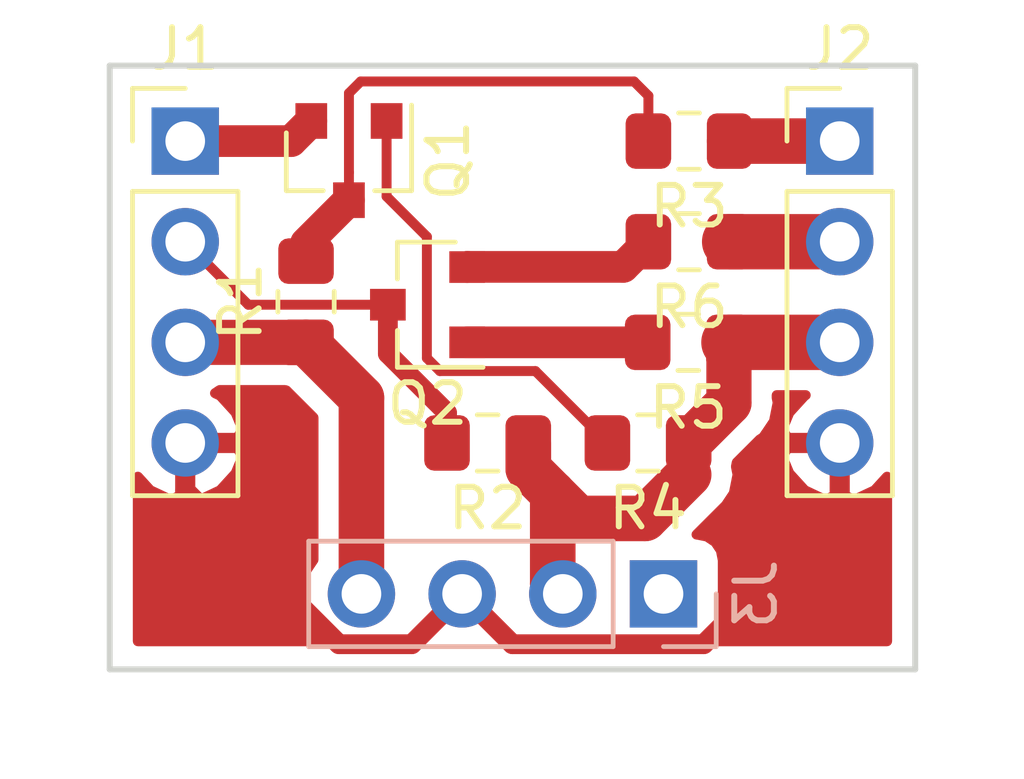
<source format=kicad_pcb>
(kicad_pcb (version 20171130) (host pcbnew 5.0.1)

  (general
    (thickness 1.6)
    (drawings 4)
    (tracks 51)
    (zones 0)
    (modules 11)
    (nets 13)
  )

  (page A4)
  (layers
    (0 F.Cu signal)
    (31 B.Cu signal)
    (32 B.Adhes user)
    (33 F.Adhes user)
    (34 B.Paste user)
    (35 F.Paste user)
    (36 B.SilkS user)
    (37 F.SilkS user)
    (38 B.Mask user)
    (39 F.Mask user)
    (40 Dwgs.User user)
    (41 Cmts.User user)
    (42 Eco1.User user)
    (43 Eco2.User user)
    (44 Edge.Cuts user)
    (45 Margin user)
    (46 B.CrtYd user)
    (47 F.CrtYd user)
    (48 B.Fab user)
    (49 F.Fab user)
  )

  (setup
    (last_trace_width 0.25)
    (trace_clearance 0.2)
    (zone_clearance 0.508)
    (zone_45_only no)
    (trace_min 0.2)
    (segment_width 0.2)
    (edge_width 0.15)
    (via_size 0.8)
    (via_drill 0.4)
    (via_min_size 0.4)
    (via_min_drill 0.3)
    (uvia_size 0.3)
    (uvia_drill 0.1)
    (uvias_allowed no)
    (uvia_min_size 0.2)
    (uvia_min_drill 0.1)
    (pcb_text_width 0.3)
    (pcb_text_size 1.5 1.5)
    (mod_edge_width 0.15)
    (mod_text_size 1 1)
    (mod_text_width 0.15)
    (pad_size 1.524 1.524)
    (pad_drill 0.762)
    (pad_to_mask_clearance 0.051)
    (solder_mask_min_width 0.25)
    (aux_axis_origin 0 0)
    (visible_elements FFFFFF7F)
    (pcbplotparams
      (layerselection 0x010fc_ffffffff)
      (usegerberextensions false)
      (usegerberattributes false)
      (usegerberadvancedattributes false)
      (creategerberjobfile false)
      (excludeedgelayer true)
      (linewidth 0.100000)
      (plotframeref false)
      (viasonmask false)
      (mode 1)
      (useauxorigin false)
      (hpglpennumber 1)
      (hpglpenspeed 20)
      (hpglpendiameter 15.000000)
      (psnegative false)
      (psa4output false)
      (plotreference true)
      (plotvalue true)
      (plotinvisibletext false)
      (padsonsilk false)
      (subtractmaskfromsilk false)
      (outputformat 1)
      (mirror false)
      (drillshape 1)
      (scaleselection 1)
      (outputdirectory ""))
  )

  (net 0 "")
  (net 1 GND)
  (net 2 +5V)
  (net 3 "Net-(J1-Pad2)")
  (net 4 "Net-(J1-Pad1)")
  (net 5 "Net-(J2-Pad1)")
  (net 6 "Net-(J2-Pad2)")
  (net 7 +3V3)
  (net 8 "Net-(J3-Pad1)")
  (net 9 "Net-(Q1-Pad1)")
  (net 10 "Net-(Q1-Pad3)")
  (net 11 "Net-(Q2-Pad2)")
  (net 12 "Net-(Q2-Pad1)")

  (net_class Default "This is the default net class."
    (clearance 0.2)
    (trace_width 0.25)
    (via_dia 0.8)
    (via_drill 0.4)
    (uvia_dia 0.3)
    (uvia_drill 0.1)
    (add_net +3V3)
    (add_net +5V)
    (add_net GND)
    (add_net "Net-(J1-Pad1)")
    (add_net "Net-(J1-Pad2)")
    (add_net "Net-(J2-Pad1)")
    (add_net "Net-(J2-Pad2)")
    (add_net "Net-(J3-Pad1)")
    (add_net "Net-(Q1-Pad1)")
    (add_net "Net-(Q1-Pad3)")
    (add_net "Net-(Q2-Pad1)")
    (add_net "Net-(Q2-Pad2)")
  )

  (module Connector_PinHeader_2.54mm:PinHeader_1x04_P2.54mm_Vertical (layer F.Cu) (tedit 59FED5CC) (tstamp 5C75AF64)
    (at 114.935 60.071)
    (descr "Through hole straight pin header, 1x04, 2.54mm pitch, single row")
    (tags "Through hole pin header THT 1x04 2.54mm single row")
    (path /5C6A1A42)
    (fp_text reference J1 (at 0 -2.33) (layer F.SilkS)
      (effects (font (size 1 1) (thickness 0.15)))
    )
    (fp_text value Conn_01x04 (at 0 9.95) (layer F.Fab)
      (effects (font (size 1 1) (thickness 0.15)))
    )
    (fp_text user %R (at 0 3.81 90) (layer F.Fab)
      (effects (font (size 1 1) (thickness 0.15)))
    )
    (fp_line (start 1.8 -1.8) (end -1.8 -1.8) (layer F.CrtYd) (width 0.05))
    (fp_line (start 1.8 9.4) (end 1.8 -1.8) (layer F.CrtYd) (width 0.05))
    (fp_line (start -1.8 9.4) (end 1.8 9.4) (layer F.CrtYd) (width 0.05))
    (fp_line (start -1.8 -1.8) (end -1.8 9.4) (layer F.CrtYd) (width 0.05))
    (fp_line (start -1.33 -1.33) (end 0 -1.33) (layer F.SilkS) (width 0.12))
    (fp_line (start -1.33 0) (end -1.33 -1.33) (layer F.SilkS) (width 0.12))
    (fp_line (start -1.33 1.27) (end 1.33 1.27) (layer F.SilkS) (width 0.12))
    (fp_line (start 1.33 1.27) (end 1.33 8.95) (layer F.SilkS) (width 0.12))
    (fp_line (start -1.33 1.27) (end -1.33 8.95) (layer F.SilkS) (width 0.12))
    (fp_line (start -1.33 8.95) (end 1.33 8.95) (layer F.SilkS) (width 0.12))
    (fp_line (start -1.27 -0.635) (end -0.635 -1.27) (layer F.Fab) (width 0.1))
    (fp_line (start -1.27 8.89) (end -1.27 -0.635) (layer F.Fab) (width 0.1))
    (fp_line (start 1.27 8.89) (end -1.27 8.89) (layer F.Fab) (width 0.1))
    (fp_line (start 1.27 -1.27) (end 1.27 8.89) (layer F.Fab) (width 0.1))
    (fp_line (start -0.635 -1.27) (end 1.27 -1.27) (layer F.Fab) (width 0.1))
    (pad 4 thru_hole oval (at 0 7.62) (size 1.7 1.7) (drill 1) (layers *.Cu *.Mask)
      (net 1 GND))
    (pad 3 thru_hole oval (at 0 5.08) (size 1.7 1.7) (drill 1) (layers *.Cu *.Mask)
      (net 2 +5V))
    (pad 2 thru_hole oval (at 0 2.54) (size 1.7 1.7) (drill 1) (layers *.Cu *.Mask)
      (net 3 "Net-(J1-Pad2)"))
    (pad 1 thru_hole rect (at 0 0) (size 1.7 1.7) (drill 1) (layers *.Cu *.Mask)
      (net 4 "Net-(J1-Pad1)"))
    (model ${KISYS3DMOD}/Connector_PinHeader_2.54mm.3dshapes/PinHeader_1x04_P2.54mm_Vertical.wrl
      (at (xyz 0 0 0))
      (scale (xyz 1 1 1))
      (rotate (xyz 0 0 0))
    )
  )

  (module Connector_PinHeader_2.54mm:PinHeader_1x04_P2.54mm_Vertical (layer F.Cu) (tedit 59FED5CC) (tstamp 5C75AF7C)
    (at 131.445 60.071)
    (descr "Through hole straight pin header, 1x04, 2.54mm pitch, single row")
    (tags "Through hole pin header THT 1x04 2.54mm single row")
    (path /5C6A1ABC)
    (fp_text reference J2 (at 0 -2.33) (layer F.SilkS)
      (effects (font (size 1 1) (thickness 0.15)))
    )
    (fp_text value Conn_01x04 (at 0 9.95) (layer F.Fab)
      (effects (font (size 1 1) (thickness 0.15)))
    )
    (fp_line (start -0.635 -1.27) (end 1.27 -1.27) (layer F.Fab) (width 0.1))
    (fp_line (start 1.27 -1.27) (end 1.27 8.89) (layer F.Fab) (width 0.1))
    (fp_line (start 1.27 8.89) (end -1.27 8.89) (layer F.Fab) (width 0.1))
    (fp_line (start -1.27 8.89) (end -1.27 -0.635) (layer F.Fab) (width 0.1))
    (fp_line (start -1.27 -0.635) (end -0.635 -1.27) (layer F.Fab) (width 0.1))
    (fp_line (start -1.33 8.95) (end 1.33 8.95) (layer F.SilkS) (width 0.12))
    (fp_line (start -1.33 1.27) (end -1.33 8.95) (layer F.SilkS) (width 0.12))
    (fp_line (start 1.33 1.27) (end 1.33 8.95) (layer F.SilkS) (width 0.12))
    (fp_line (start -1.33 1.27) (end 1.33 1.27) (layer F.SilkS) (width 0.12))
    (fp_line (start -1.33 0) (end -1.33 -1.33) (layer F.SilkS) (width 0.12))
    (fp_line (start -1.33 -1.33) (end 0 -1.33) (layer F.SilkS) (width 0.12))
    (fp_line (start -1.8 -1.8) (end -1.8 9.4) (layer F.CrtYd) (width 0.05))
    (fp_line (start -1.8 9.4) (end 1.8 9.4) (layer F.CrtYd) (width 0.05))
    (fp_line (start 1.8 9.4) (end 1.8 -1.8) (layer F.CrtYd) (width 0.05))
    (fp_line (start 1.8 -1.8) (end -1.8 -1.8) (layer F.CrtYd) (width 0.05))
    (fp_text user %R (at 0 3.81 90) (layer F.Fab)
      (effects (font (size 1 1) (thickness 0.15)))
    )
    (pad 1 thru_hole rect (at 0 0) (size 1.7 1.7) (drill 1) (layers *.Cu *.Mask)
      (net 5 "Net-(J2-Pad1)"))
    (pad 2 thru_hole oval (at 0 2.54) (size 1.7 1.7) (drill 1) (layers *.Cu *.Mask)
      (net 6 "Net-(J2-Pad2)"))
    (pad 3 thru_hole oval (at 0 5.08) (size 1.7 1.7) (drill 1) (layers *.Cu *.Mask)
      (net 7 +3V3))
    (pad 4 thru_hole oval (at 0 7.62) (size 1.7 1.7) (drill 1) (layers *.Cu *.Mask)
      (net 1 GND))
    (model ${KISYS3DMOD}/Connector_PinHeader_2.54mm.3dshapes/PinHeader_1x04_P2.54mm_Vertical.wrl
      (at (xyz 0 0 0))
      (scale (xyz 1 1 1))
      (rotate (xyz 0 0 0))
    )
  )

  (module Connector_PinHeader_2.54mm:PinHeader_1x04_P2.54mm_Vertical (layer B.Cu) (tedit 59FED5CC) (tstamp 5C75C00B)
    (at 127 71.501 90)
    (descr "Through hole straight pin header, 1x04, 2.54mm pitch, single row")
    (tags "Through hole pin header THT 1x04 2.54mm single row")
    (path /5C6A134E)
    (fp_text reference J3 (at 0 2.33 90) (layer B.SilkS)
      (effects (font (size 1 1) (thickness 0.15)) (justify mirror))
    )
    (fp_text value Conn_01x04 (at 0 -9.95 90) (layer B.Fab)
      (effects (font (size 1 1) (thickness 0.15)) (justify mirror))
    )
    (fp_text user %R (at 0 -3.81) (layer B.Fab)
      (effects (font (size 1 1) (thickness 0.15)) (justify mirror))
    )
    (fp_line (start 1.8 1.8) (end -1.8 1.8) (layer B.CrtYd) (width 0.05))
    (fp_line (start 1.8 -9.4) (end 1.8 1.8) (layer B.CrtYd) (width 0.05))
    (fp_line (start -1.8 -9.4) (end 1.8 -9.4) (layer B.CrtYd) (width 0.05))
    (fp_line (start -1.8 1.8) (end -1.8 -9.4) (layer B.CrtYd) (width 0.05))
    (fp_line (start -1.33 1.33) (end 0 1.33) (layer B.SilkS) (width 0.12))
    (fp_line (start -1.33 0) (end -1.33 1.33) (layer B.SilkS) (width 0.12))
    (fp_line (start -1.33 -1.27) (end 1.33 -1.27) (layer B.SilkS) (width 0.12))
    (fp_line (start 1.33 -1.27) (end 1.33 -8.95) (layer B.SilkS) (width 0.12))
    (fp_line (start -1.33 -1.27) (end -1.33 -8.95) (layer B.SilkS) (width 0.12))
    (fp_line (start -1.33 -8.95) (end 1.33 -8.95) (layer B.SilkS) (width 0.12))
    (fp_line (start -1.27 0.635) (end -0.635 1.27) (layer B.Fab) (width 0.1))
    (fp_line (start -1.27 -8.89) (end -1.27 0.635) (layer B.Fab) (width 0.1))
    (fp_line (start 1.27 -8.89) (end -1.27 -8.89) (layer B.Fab) (width 0.1))
    (fp_line (start 1.27 1.27) (end 1.27 -8.89) (layer B.Fab) (width 0.1))
    (fp_line (start -0.635 1.27) (end 1.27 1.27) (layer B.Fab) (width 0.1))
    (pad 4 thru_hole oval (at 0 -7.62 90) (size 1.7 1.7) (drill 1) (layers *.Cu *.Mask)
      (net 2 +5V))
    (pad 3 thru_hole oval (at 0 -5.08 90) (size 1.7 1.7) (drill 1) (layers *.Cu *.Mask)
      (net 1 GND))
    (pad 2 thru_hole oval (at 0 -2.54 90) (size 1.7 1.7) (drill 1) (layers *.Cu *.Mask)
      (net 7 +3V3))
    (pad 1 thru_hole rect (at 0 0 90) (size 1.7 1.7) (drill 1) (layers *.Cu *.Mask)
      (net 8 "Net-(J3-Pad1)"))
    (model ${KISYS3DMOD}/Connector_PinHeader_2.54mm.3dshapes/PinHeader_1x04_P2.54mm_Vertical.wrl
      (at (xyz 0 0 0))
      (scale (xyz 1 1 1))
      (rotate (xyz 0 0 0))
    )
  )

  (module Package_TO_SOT_SMD:SOT-23 (layer F.Cu) (tedit 5A02FF57) (tstamp 5C75AFA9)
    (at 119.065 60.563 270)
    (descr "SOT-23, Standard")
    (tags SOT-23)
    (path /5C69937E)
    (attr smd)
    (fp_text reference Q1 (at 0 -2.5 270) (layer F.SilkS)
      (effects (font (size 1 1) (thickness 0.15)))
    )
    (fp_text value MMBT3904 (at 0 2.5 270) (layer F.Fab)
      (effects (font (size 1 1) (thickness 0.15)))
    )
    (fp_text user %R (at 0 0) (layer F.Fab)
      (effects (font (size 0.5 0.5) (thickness 0.075)))
    )
    (fp_line (start -0.7 -0.95) (end -0.7 1.5) (layer F.Fab) (width 0.1))
    (fp_line (start -0.15 -1.52) (end 0.7 -1.52) (layer F.Fab) (width 0.1))
    (fp_line (start -0.7 -0.95) (end -0.15 -1.52) (layer F.Fab) (width 0.1))
    (fp_line (start 0.7 -1.52) (end 0.7 1.52) (layer F.Fab) (width 0.1))
    (fp_line (start -0.7 1.52) (end 0.7 1.52) (layer F.Fab) (width 0.1))
    (fp_line (start 0.76 1.58) (end 0.76 0.65) (layer F.SilkS) (width 0.12))
    (fp_line (start 0.76 -1.58) (end 0.76 -0.65) (layer F.SilkS) (width 0.12))
    (fp_line (start -1.7 -1.75) (end 1.7 -1.75) (layer F.CrtYd) (width 0.05))
    (fp_line (start 1.7 -1.75) (end 1.7 1.75) (layer F.CrtYd) (width 0.05))
    (fp_line (start 1.7 1.75) (end -1.7 1.75) (layer F.CrtYd) (width 0.05))
    (fp_line (start -1.7 1.75) (end -1.7 -1.75) (layer F.CrtYd) (width 0.05))
    (fp_line (start 0.76 -1.58) (end -1.4 -1.58) (layer F.SilkS) (width 0.12))
    (fp_line (start 0.76 1.58) (end -0.7 1.58) (layer F.SilkS) (width 0.12))
    (pad 1 smd rect (at -1 -0.95 270) (size 0.9 0.8) (layers F.Cu F.Paste F.Mask)
      (net 9 "Net-(Q1-Pad1)"))
    (pad 2 smd rect (at -1 0.95 270) (size 0.9 0.8) (layers F.Cu F.Paste F.Mask)
      (net 4 "Net-(J1-Pad1)"))
    (pad 3 smd rect (at 1 0 270) (size 0.9 0.8) (layers F.Cu F.Paste F.Mask)
      (net 10 "Net-(Q1-Pad3)"))
    (model ${KISYS3DMOD}/Package_TO_SOT_SMD.3dshapes/SOT-23.wrl
      (at (xyz 0 0 0))
      (scale (xyz 1 1 1))
      (rotate (xyz 0 0 0))
    )
  )

  (module Package_TO_SOT_SMD:SOT-23 (layer F.Cu) (tedit 5A02FF57) (tstamp 5C75D800)
    (at 121.047 64.201 180)
    (descr "SOT-23, Standard")
    (tags SOT-23)
    (path /5C69AB7D)
    (attr smd)
    (fp_text reference Q2 (at 0 -2.5 180) (layer F.SilkS)
      (effects (font (size 1 1) (thickness 0.15)))
    )
    (fp_text value MMBT3904 (at 0 2.5 180) (layer F.Fab)
      (effects (font (size 1 1) (thickness 0.15)))
    )
    (fp_line (start 0.76 1.58) (end -0.7 1.58) (layer F.SilkS) (width 0.12))
    (fp_line (start 0.76 -1.58) (end -1.4 -1.58) (layer F.SilkS) (width 0.12))
    (fp_line (start -1.7 1.75) (end -1.7 -1.75) (layer F.CrtYd) (width 0.05))
    (fp_line (start 1.7 1.75) (end -1.7 1.75) (layer F.CrtYd) (width 0.05))
    (fp_line (start 1.7 -1.75) (end 1.7 1.75) (layer F.CrtYd) (width 0.05))
    (fp_line (start -1.7 -1.75) (end 1.7 -1.75) (layer F.CrtYd) (width 0.05))
    (fp_line (start 0.76 -1.58) (end 0.76 -0.65) (layer F.SilkS) (width 0.12))
    (fp_line (start 0.76 1.58) (end 0.76 0.65) (layer F.SilkS) (width 0.12))
    (fp_line (start -0.7 1.52) (end 0.7 1.52) (layer F.Fab) (width 0.1))
    (fp_line (start 0.7 -1.52) (end 0.7 1.52) (layer F.Fab) (width 0.1))
    (fp_line (start -0.7 -0.95) (end -0.15 -1.52) (layer F.Fab) (width 0.1))
    (fp_line (start -0.15 -1.52) (end 0.7 -1.52) (layer F.Fab) (width 0.1))
    (fp_line (start -0.7 -0.95) (end -0.7 1.5) (layer F.Fab) (width 0.1))
    (fp_text user %R (at 0 0 270) (layer F.Fab)
      (effects (font (size 0.5 0.5) (thickness 0.075)))
    )
    (pad 3 smd rect (at 1 0 180) (size 0.9 0.8) (layers F.Cu F.Paste F.Mask)
      (net 3 "Net-(J1-Pad2)"))
    (pad 2 smd rect (at -1 0.95 180) (size 0.9 0.8) (layers F.Cu F.Paste F.Mask)
      (net 11 "Net-(Q2-Pad2)"))
    (pad 1 smd rect (at -1 -0.95 180) (size 0.9 0.8) (layers F.Cu F.Paste F.Mask)
      (net 12 "Net-(Q2-Pad1)"))
    (model ${KISYS3DMOD}/Package_TO_SOT_SMD.3dshapes/SOT-23.wrl
      (at (xyz 0 0 0))
      (scale (xyz 1 1 1))
      (rotate (xyz 0 0 0))
    )
  )

  (module Resistor_SMD:R_0805_2012Metric_Pad1.15x1.40mm_HandSolder (layer F.Cu) (tedit 5B36C52B) (tstamp 5C75AFCF)
    (at 117.983 64.126 90)
    (descr "Resistor SMD 0805 (2012 Metric), square (rectangular) end terminal, IPC_7351 nominal with elongated pad for handsoldering. (Body size source: https://docs.google.com/spreadsheets/d/1BsfQQcO9C6DZCsRaXUlFlo91Tg2WpOkGARC1WS5S8t0/edit?usp=sharing), generated with kicad-footprint-generator")
    (tags "resistor handsolder")
    (path /5C6992DD)
    (attr smd)
    (fp_text reference R1 (at 0 -1.65 90) (layer F.SilkS)
      (effects (font (size 1 1) (thickness 0.15)))
    )
    (fp_text value 10k (at 0 1.65 90) (layer F.Fab)
      (effects (font (size 1 1) (thickness 0.15)))
    )
    (fp_line (start -1 0.6) (end -1 -0.6) (layer F.Fab) (width 0.1))
    (fp_line (start -1 -0.6) (end 1 -0.6) (layer F.Fab) (width 0.1))
    (fp_line (start 1 -0.6) (end 1 0.6) (layer F.Fab) (width 0.1))
    (fp_line (start 1 0.6) (end -1 0.6) (layer F.Fab) (width 0.1))
    (fp_line (start -0.261252 -0.71) (end 0.261252 -0.71) (layer F.SilkS) (width 0.12))
    (fp_line (start -0.261252 0.71) (end 0.261252 0.71) (layer F.SilkS) (width 0.12))
    (fp_line (start -1.85 0.95) (end -1.85 -0.95) (layer F.CrtYd) (width 0.05))
    (fp_line (start -1.85 -0.95) (end 1.85 -0.95) (layer F.CrtYd) (width 0.05))
    (fp_line (start 1.85 -0.95) (end 1.85 0.95) (layer F.CrtYd) (width 0.05))
    (fp_line (start 1.85 0.95) (end -1.85 0.95) (layer F.CrtYd) (width 0.05))
    (fp_text user %R (at 0 0 90) (layer F.Fab)
      (effects (font (size 0.5 0.5) (thickness 0.08)))
    )
    (pad 1 smd roundrect (at -1.025 0 90) (size 1.15 1.4) (layers F.Cu F.Paste F.Mask) (roundrect_rratio 0.217391)
      (net 2 +5V))
    (pad 2 smd roundrect (at 1.025 0 90) (size 1.15 1.4) (layers F.Cu F.Paste F.Mask) (roundrect_rratio 0.217391)
      (net 10 "Net-(Q1-Pad3)"))
    (model ${KISYS3DMOD}/Resistor_SMD.3dshapes/R_0805_2012Metric.wrl
      (at (xyz 0 0 0))
      (scale (xyz 1 1 1))
      (rotate (xyz 0 0 0))
    )
  )

  (module Resistor_SMD:R_0805_2012Metric_Pad1.15x1.40mm_HandSolder (layer F.Cu) (tedit 5B36C52B) (tstamp 5C75B494)
    (at 122.564 67.691 180)
    (descr "Resistor SMD 0805 (2012 Metric), square (rectangular) end terminal, IPC_7351 nominal with elongated pad for handsoldering. (Body size source: https://docs.google.com/spreadsheets/d/1BsfQQcO9C6DZCsRaXUlFlo91Tg2WpOkGARC1WS5S8t0/edit?usp=sharing), generated with kicad-footprint-generator")
    (tags "resistor handsolder")
    (path /5C69AB0F)
    (attr smd)
    (fp_text reference R2 (at 0 -1.65 180) (layer F.SilkS)
      (effects (font (size 1 1) (thickness 0.15)))
    )
    (fp_text value 10k (at 0 1.65 180) (layer F.Fab)
      (effects (font (size 1 1) (thickness 0.15)))
    )
    (fp_text user %R (at 0 0 180) (layer F.Fab)
      (effects (font (size 0.5 0.5) (thickness 0.08)))
    )
    (fp_line (start 1.85 0.95) (end -1.85 0.95) (layer F.CrtYd) (width 0.05))
    (fp_line (start 1.85 -0.95) (end 1.85 0.95) (layer F.CrtYd) (width 0.05))
    (fp_line (start -1.85 -0.95) (end 1.85 -0.95) (layer F.CrtYd) (width 0.05))
    (fp_line (start -1.85 0.95) (end -1.85 -0.95) (layer F.CrtYd) (width 0.05))
    (fp_line (start -0.261252 0.71) (end 0.261252 0.71) (layer F.SilkS) (width 0.12))
    (fp_line (start -0.261252 -0.71) (end 0.261252 -0.71) (layer F.SilkS) (width 0.12))
    (fp_line (start 1 0.6) (end -1 0.6) (layer F.Fab) (width 0.1))
    (fp_line (start 1 -0.6) (end 1 0.6) (layer F.Fab) (width 0.1))
    (fp_line (start -1 -0.6) (end 1 -0.6) (layer F.Fab) (width 0.1))
    (fp_line (start -1 0.6) (end -1 -0.6) (layer F.Fab) (width 0.1))
    (pad 2 smd roundrect (at 1.025 0 180) (size 1.15 1.4) (layers F.Cu F.Paste F.Mask) (roundrect_rratio 0.217391)
      (net 3 "Net-(J1-Pad2)"))
    (pad 1 smd roundrect (at -1.025 0 180) (size 1.15 1.4) (layers F.Cu F.Paste F.Mask) (roundrect_rratio 0.217391)
      (net 7 +3V3))
    (model ${KISYS3DMOD}/Resistor_SMD.3dshapes/R_0805_2012Metric.wrl
      (at (xyz 0 0 0))
      (scale (xyz 1 1 1))
      (rotate (xyz 0 0 0))
    )
  )

  (module Resistor_SMD:R_0805_2012Metric_Pad1.15x1.40mm_HandSolder (layer F.Cu) (tedit 5B36C52B) (tstamp 5C75DAB2)
    (at 127.644 60.071 180)
    (descr "Resistor SMD 0805 (2012 Metric), square (rectangular) end terminal, IPC_7351 nominal with elongated pad for handsoldering. (Body size source: https://docs.google.com/spreadsheets/d/1BsfQQcO9C6DZCsRaXUlFlo91Tg2WpOkGARC1WS5S8t0/edit?usp=sharing), generated with kicad-footprint-generator")
    (tags "resistor handsolder")
    (path /5C69950D)
    (attr smd)
    (fp_text reference R3 (at 0 -1.65 180) (layer F.SilkS)
      (effects (font (size 1 1) (thickness 0.15)))
    )
    (fp_text value 100R (at 0 1.65 180) (layer F.Fab)
      (effects (font (size 1 1) (thickness 0.15)))
    )
    (fp_text user %R (at 0 0 180) (layer F.Fab)
      (effects (font (size 0.5 0.5) (thickness 0.08)))
    )
    (fp_line (start 1.85 0.95) (end -1.85 0.95) (layer F.CrtYd) (width 0.05))
    (fp_line (start 1.85 -0.95) (end 1.85 0.95) (layer F.CrtYd) (width 0.05))
    (fp_line (start -1.85 -0.95) (end 1.85 -0.95) (layer F.CrtYd) (width 0.05))
    (fp_line (start -1.85 0.95) (end -1.85 -0.95) (layer F.CrtYd) (width 0.05))
    (fp_line (start -0.261252 0.71) (end 0.261252 0.71) (layer F.SilkS) (width 0.12))
    (fp_line (start -0.261252 -0.71) (end 0.261252 -0.71) (layer F.SilkS) (width 0.12))
    (fp_line (start 1 0.6) (end -1 0.6) (layer F.Fab) (width 0.1))
    (fp_line (start 1 -0.6) (end 1 0.6) (layer F.Fab) (width 0.1))
    (fp_line (start -1 -0.6) (end 1 -0.6) (layer F.Fab) (width 0.1))
    (fp_line (start -1 0.6) (end -1 -0.6) (layer F.Fab) (width 0.1))
    (pad 2 smd roundrect (at 1.025 0 180) (size 1.15 1.4) (layers F.Cu F.Paste F.Mask) (roundrect_rratio 0.217391)
      (net 10 "Net-(Q1-Pad3)"))
    (pad 1 smd roundrect (at -1.025 0 180) (size 1.15 1.4) (layers F.Cu F.Paste F.Mask) (roundrect_rratio 0.217391)
      (net 5 "Net-(J2-Pad1)"))
    (model ${KISYS3DMOD}/Resistor_SMD.3dshapes/R_0805_2012Metric.wrl
      (at (xyz 0 0 0))
      (scale (xyz 1 1 1))
      (rotate (xyz 0 0 0))
    )
  )

  (module Resistor_SMD:R_0805_2012Metric_Pad1.15x1.40mm_HandSolder (layer F.Cu) (tedit 5B36C52B) (tstamp 5C75E135)
    (at 126.61 67.691 180)
    (descr "Resistor SMD 0805 (2012 Metric), square (rectangular) end terminal, IPC_7351 nominal with elongated pad for handsoldering. (Body size source: https://docs.google.com/spreadsheets/d/1BsfQQcO9C6DZCsRaXUlFlo91Tg2WpOkGARC1WS5S8t0/edit?usp=sharing), generated with kicad-footprint-generator")
    (tags "resistor handsolder")
    (path /5C699584)
    (attr smd)
    (fp_text reference R4 (at 0 -1.65 180) (layer F.SilkS)
      (effects (font (size 1 1) (thickness 0.15)))
    )
    (fp_text value 10k (at 0 1.65 180) (layer F.Fab)
      (effects (font (size 1 1) (thickness 0.15)))
    )
    (fp_line (start -1 0.6) (end -1 -0.6) (layer F.Fab) (width 0.1))
    (fp_line (start -1 -0.6) (end 1 -0.6) (layer F.Fab) (width 0.1))
    (fp_line (start 1 -0.6) (end 1 0.6) (layer F.Fab) (width 0.1))
    (fp_line (start 1 0.6) (end -1 0.6) (layer F.Fab) (width 0.1))
    (fp_line (start -0.261252 -0.71) (end 0.261252 -0.71) (layer F.SilkS) (width 0.12))
    (fp_line (start -0.261252 0.71) (end 0.261252 0.71) (layer F.SilkS) (width 0.12))
    (fp_line (start -1.85 0.95) (end -1.85 -0.95) (layer F.CrtYd) (width 0.05))
    (fp_line (start -1.85 -0.95) (end 1.85 -0.95) (layer F.CrtYd) (width 0.05))
    (fp_line (start 1.85 -0.95) (end 1.85 0.95) (layer F.CrtYd) (width 0.05))
    (fp_line (start 1.85 0.95) (end -1.85 0.95) (layer F.CrtYd) (width 0.05))
    (fp_text user %R (at 0 0 180) (layer F.Fab)
      (effects (font (size 0.5 0.5) (thickness 0.08)))
    )
    (pad 1 smd roundrect (at -1.025 0 180) (size 1.15 1.4) (layers F.Cu F.Paste F.Mask) (roundrect_rratio 0.217391)
      (net 7 +3V3))
    (pad 2 smd roundrect (at 1.025 0 180) (size 1.15 1.4) (layers F.Cu F.Paste F.Mask) (roundrect_rratio 0.217391)
      (net 9 "Net-(Q1-Pad1)"))
    (model ${KISYS3DMOD}/Resistor_SMD.3dshapes/R_0805_2012Metric.wrl
      (at (xyz 0 0 0))
      (scale (xyz 1 1 1))
      (rotate (xyz 0 0 0))
    )
  )

  (module Resistor_SMD:R_0805_2012Metric_Pad1.15x1.40mm_HandSolder (layer F.Cu) (tedit 5B36C52B) (tstamp 5C75B834)
    (at 127.626 65.151 180)
    (descr "Resistor SMD 0805 (2012 Metric), square (rectangular) end terminal, IPC_7351 nominal with elongated pad for handsoldering. (Body size source: https://docs.google.com/spreadsheets/d/1BsfQQcO9C6DZCsRaXUlFlo91Tg2WpOkGARC1WS5S8t0/edit?usp=sharing), generated with kicad-footprint-generator")
    (tags "resistor handsolder")
    (path /5C69AE7E)
    (attr smd)
    (fp_text reference R5 (at 0 -1.65 180) (layer F.SilkS)
      (effects (font (size 1 1) (thickness 0.15)))
    )
    (fp_text value 10k (at 0 1.65 180) (layer F.Fab)
      (effects (font (size 1 1) (thickness 0.15)))
    )
    (fp_line (start -1 0.6) (end -1 -0.6) (layer F.Fab) (width 0.1))
    (fp_line (start -1 -0.6) (end 1 -0.6) (layer F.Fab) (width 0.1))
    (fp_line (start 1 -0.6) (end 1 0.6) (layer F.Fab) (width 0.1))
    (fp_line (start 1 0.6) (end -1 0.6) (layer F.Fab) (width 0.1))
    (fp_line (start -0.261252 -0.71) (end 0.261252 -0.71) (layer F.SilkS) (width 0.12))
    (fp_line (start -0.261252 0.71) (end 0.261252 0.71) (layer F.SilkS) (width 0.12))
    (fp_line (start -1.85 0.95) (end -1.85 -0.95) (layer F.CrtYd) (width 0.05))
    (fp_line (start -1.85 -0.95) (end 1.85 -0.95) (layer F.CrtYd) (width 0.05))
    (fp_line (start 1.85 -0.95) (end 1.85 0.95) (layer F.CrtYd) (width 0.05))
    (fp_line (start 1.85 0.95) (end -1.85 0.95) (layer F.CrtYd) (width 0.05))
    (fp_text user %R (at 0 0 180) (layer F.Fab)
      (effects (font (size 0.5 0.5) (thickness 0.08)))
    )
    (pad 1 smd roundrect (at -1.025 0 180) (size 1.15 1.4) (layers F.Cu F.Paste F.Mask) (roundrect_rratio 0.217391)
      (net 7 +3V3))
    (pad 2 smd roundrect (at 1.025 0 180) (size 1.15 1.4) (layers F.Cu F.Paste F.Mask) (roundrect_rratio 0.217391)
      (net 12 "Net-(Q2-Pad1)"))
    (model ${KISYS3DMOD}/Resistor_SMD.3dshapes/R_0805_2012Metric.wrl
      (at (xyz 0 0 0))
      (scale (xyz 1 1 1))
      (rotate (xyz 0 0 0))
    )
  )

  (module Resistor_SMD:R_0805_2012Metric_Pad1.15x1.40mm_HandSolder (layer F.Cu) (tedit 5B36C52B) (tstamp 5C75DFE4)
    (at 127.644 62.611 180)
    (descr "Resistor SMD 0805 (2012 Metric), square (rectangular) end terminal, IPC_7351 nominal with elongated pad for handsoldering. (Body size source: https://docs.google.com/spreadsheets/d/1BsfQQcO9C6DZCsRaXUlFlo91Tg2WpOkGARC1WS5S8t0/edit?usp=sharing), generated with kicad-footprint-generator")
    (tags "resistor handsolder")
    (path /5C69B0F8)
    (attr smd)
    (fp_text reference R6 (at 0 -1.65 180) (layer F.SilkS)
      (effects (font (size 1 1) (thickness 0.15)))
    )
    (fp_text value 100R (at 0 1.65 180) (layer F.Fab)
      (effects (font (size 1 1) (thickness 0.15)))
    )
    (fp_text user %R (at 0 0 180) (layer F.Fab)
      (effects (font (size 0.5 0.5) (thickness 0.08)))
    )
    (fp_line (start 1.85 0.95) (end -1.85 0.95) (layer F.CrtYd) (width 0.05))
    (fp_line (start 1.85 -0.95) (end 1.85 0.95) (layer F.CrtYd) (width 0.05))
    (fp_line (start -1.85 -0.95) (end 1.85 -0.95) (layer F.CrtYd) (width 0.05))
    (fp_line (start -1.85 0.95) (end -1.85 -0.95) (layer F.CrtYd) (width 0.05))
    (fp_line (start -0.261252 0.71) (end 0.261252 0.71) (layer F.SilkS) (width 0.12))
    (fp_line (start -0.261252 -0.71) (end 0.261252 -0.71) (layer F.SilkS) (width 0.12))
    (fp_line (start 1 0.6) (end -1 0.6) (layer F.Fab) (width 0.1))
    (fp_line (start 1 -0.6) (end 1 0.6) (layer F.Fab) (width 0.1))
    (fp_line (start -1 -0.6) (end 1 -0.6) (layer F.Fab) (width 0.1))
    (fp_line (start -1 0.6) (end -1 -0.6) (layer F.Fab) (width 0.1))
    (pad 2 smd roundrect (at 1.025 0 180) (size 1.15 1.4) (layers F.Cu F.Paste F.Mask) (roundrect_rratio 0.217391)
      (net 11 "Net-(Q2-Pad2)"))
    (pad 1 smd roundrect (at -1.025 0 180) (size 1.15 1.4) (layers F.Cu F.Paste F.Mask) (roundrect_rratio 0.217391)
      (net 6 "Net-(J2-Pad2)"))
    (model ${KISYS3DMOD}/Resistor_SMD.3dshapes/R_0805_2012Metric.wrl
      (at (xyz 0 0 0))
      (scale (xyz 1 1 1))
      (rotate (xyz 0 0 0))
    )
  )

  (gr_line (start 113.03 73.406) (end 133.35 73.406) (layer Edge.Cuts) (width 0.15))
  (gr_line (start 113.03 58.166) (end 113.03 73.406) (layer Edge.Cuts) (width 0.15))
  (gr_line (start 133.35 58.166) (end 113.03 58.166) (layer Edge.Cuts) (width 0.15))
  (gr_line (start 133.35 73.406) (end 133.35 58.166) (layer Edge.Cuts) (width 0.15))

  (segment (start 114.935 68.893081) (end 114.935 67.691) (width 0.25) (layer F.Cu) (net 1))
  (segment (start 118.812919 72.771) (end 114.935 68.893081) (width 0.5) (layer F.Cu) (net 1))
  (segment (start 121.92 71.501) (end 120.65 72.771) (width 0.5) (layer F.Cu) (net 1))
  (segment (start 120.65 72.771) (end 118.812919 72.771) (width 0.5) (layer F.Cu) (net 1))
  (segment (start 131.445 68.893081) (end 131.445 67.691) (width 0.25) (layer F.Cu) (net 1))
  (segment (start 131.445 69.341002) (end 131.445 68.893081) (width 0.25) (layer F.Cu) (net 1))
  (segment (start 128.015002 72.771) (end 131.445 69.341002) (width 0.5) (layer F.Cu) (net 1))
  (segment (start 121.92 71.501) (end 123.19 72.771) (width 0.5) (layer F.Cu) (net 1))
  (segment (start 123.19 72.771) (end 128.015002 72.771) (width 0.5) (layer F.Cu) (net 1))
  (segment (start 117.983 65.151) (end 114.935 65.151) (width 1.14) (layer F.Cu) (net 2))
  (segment (start 119.38 66.548) (end 117.983 65.151) (width 1.15) (layer F.Cu) (net 2))
  (segment (start 119.38 71.501) (end 119.38 66.548) (width 1.15) (layer F.Cu) (net 2))
  (segment (start 116.525 64.201) (end 114.935 62.611) (width 0.25) (layer F.Cu) (net 3))
  (segment (start 120.047 64.201) (end 116.525 64.201) (width 0.25) (layer F.Cu) (net 3))
  (segment (start 121.539 67.691) (end 121.539 67.31) (width 0.25) (layer F.Cu) (net 3))
  (segment (start 120.047 65.437) (end 120.047 64.201) (width 0.5) (layer F.Cu) (net 3))
  (segment (start 121.539 67.31) (end 121.539 66.929) (width 0.5) (layer F.Cu) (net 3))
  (segment (start 121.539 66.929) (end 120.047 65.437) (width 0.5) (layer F.Cu) (net 3))
  (segment (start 117.607 60.071) (end 118.115 59.563) (width 0.8) (layer F.Cu) (net 4))
  (segment (start 114.935 60.071) (end 117.607 60.071) (width 0.8) (layer F.Cu) (net 4))
  (segment (start 128.669 60.071) (end 131.445 60.071) (width 1.15) (layer F.Cu) (net 5))
  (segment (start 131.445 62.611) (end 128.669 62.611) (width 1.397) (layer F.Cu) (net 6))
  (segment (start 131.445 65.151) (end 128.651 65.151) (width 1.397) (layer F.Cu) (net 7))
  (segment (start 128.651 66.675) (end 127.635 67.691) (width 1.143) (layer F.Cu) (net 7))
  (segment (start 128.651 65.151) (end 128.651 66.675) (width 1.14) (layer F.Cu) (net 7))
  (segment (start 124.206 71.247) (end 124.46 71.501) (width 1.15) (layer F.Cu) (net 7))
  (segment (start 124.206 68.961) (end 124.206 71.247) (width 1.15) (layer F.Cu) (net 7))
  (segment (start 123.589 67.691) (end 123.589 68.344) (width 1.15) (layer F.Cu) (net 7))
  (segment (start 123.589 68.344) (end 124.206 68.961) (width 1.15) (layer F.Cu) (net 7))
  (segment (start 127.635 68.491) (end 126.53 69.596) (width 1.15) (layer F.Cu) (net 7))
  (segment (start 127.635 67.691) (end 127.635 68.491) (width 0.25) (layer F.Cu) (net 7))
  (segment (start 124.841 69.596) (end 124.206 68.961) (width 1.15) (layer F.Cu) (net 7))
  (segment (start 124.841 69.596) (end 126.53 69.596) (width 1.15) (layer F.Cu) (net 7))
  (segment (start 121.031 62.484) (end 120.015 61.468) (width 0.25) (layer F.Cu) (net 9))
  (segment (start 121.031 65.548195) (end 121.031 62.484) (width 0.25) (layer F.Cu) (net 9))
  (segment (start 120.015 61.468) (end 120.015 59.563) (width 0.25) (layer F.Cu) (net 9))
  (segment (start 121.358806 65.876001) (end 121.031 65.548195) (width 0.25) (layer F.Cu) (net 9))
  (segment (start 125.585 67.691) (end 123.770001 65.876001) (width 0.25) (layer F.Cu) (net 9))
  (segment (start 123.770001 65.876001) (end 121.358806 65.876001) (width 0.25) (layer F.Cu) (net 9))
  (segment (start 117.983 62.645) (end 119.065 61.563) (width 0.8) (layer F.Cu) (net 10))
  (segment (start 117.983 63.101) (end 117.983 62.645) (width 0.25) (layer F.Cu) (net 10))
  (segment (start 119.065 58.862) (end 119.065 60.863) (width 0.25) (layer F.Cu) (net 10))
  (segment (start 119.36099 58.56601) (end 119.065 58.862) (width 0.25) (layer F.Cu) (net 10))
  (segment (start 126.25701 58.56601) (end 119.36099 58.56601) (width 0.25) (layer F.Cu) (net 10))
  (segment (start 119.065 60.863) (end 119.065 61.563) (width 0.25) (layer F.Cu) (net 10))
  (segment (start 126.619 60.071) (end 126.619 58.928) (width 0.25) (layer F.Cu) (net 10))
  (segment (start 126.619 58.928) (end 126.25701 58.56601) (width 0.25) (layer F.Cu) (net 10))
  (segment (start 122.052 63.246) (end 122.047 63.251) (width 0.8) (layer F.Cu) (net 11))
  (segment (start 126.619 62.611) (end 125.984 63.246) (width 0.8) (layer F.Cu) (net 11))
  (segment (start 125.984 63.246) (end 122.052 63.246) (width 0.8) (layer F.Cu) (net 11))
  (segment (start 126.601 65.151) (end 122.047 65.151) (width 0.8) (layer F.Cu) (net 12))

  (zone (net 0) (net_name "") (layer B.Cu) (tstamp 0) (hatch edge 0.508)
    (connect_pads (clearance 0.508))
    (min_thickness 0.254)
    (keepout (tracks not_allowed) (vias not_allowed) (copperpour not_allowed))
    (fill (arc_segments 16) (thermal_gap 0.508) (thermal_bridge_width 0.508) (smoothing fillet))
    (polygon
      (pts
        (xy 128.905 69.596) (xy 117.475 69.596) (xy 117.475 58.166) (xy 128.905 58.166)
      )
    )
  )
  (zone (net 1) (net_name GND) (layer F.Cu) (tstamp 5C75F358) (hatch edge 0.508)
    (connect_pads (clearance 0.508))
    (min_thickness 0.254)
    (fill yes (arc_segments 16) (thermal_gap 0.508) (thermal_bridge_width 0.508) (smoothing fillet))
    (polygon
      (pts
        (xy 133.35 73.406) (xy 133.35 58.166) (xy 113.03 58.166) (xy 113.03 73.406)
      )
    )
    (filled_polygon
      (pts
        (xy 130.563642 66.495817) (xy 130.173355 66.924076) (xy 130.003524 67.33411) (xy 130.124845 67.564) (xy 131.318 67.564)
        (xy 131.318 67.544) (xy 131.572 67.544) (xy 131.572 67.564) (xy 131.592 67.564) (xy 131.592 67.818)
        (xy 131.572 67.818) (xy 131.572 69.011819) (xy 131.801892 69.132486) (xy 132.326358 68.886183) (xy 132.64 68.542026)
        (xy 132.64 72.696) (xy 128.383186 72.696) (xy 128.448157 72.598765) (xy 128.49744 72.351) (xy 128.49744 70.651)
        (xy 128.448157 70.403235) (xy 128.307809 70.193191) (xy 128.097765 70.052843) (xy 127.85 70.00356) (xy 127.833638 70.00356)
        (xy 128.574867 69.262332) (xy 128.774794 68.963119) (xy 128.868704 68.491) (xy 128.828263 68.287687) (xy 128.849046 68.183203)
        (xy 128.984359 68.04789) (xy 130.003524 68.04789) (xy 130.173355 68.457924) (xy 130.563642 68.886183) (xy 131.088108 69.132486)
        (xy 131.318 69.011819) (xy 131.318 67.818) (xy 130.124845 67.818) (xy 130.003524 68.04789) (xy 128.984359 68.04789)
        (xy 129.425539 67.60671) (xy 129.519756 67.543756) (xy 129.58271 67.449539) (xy 129.588147 67.444102) (xy 129.787497 67.145753)
        (xy 129.881136 66.675) (xy 129.856 66.548634) (xy 129.856 66.4845) (xy 130.58774 66.4845)
      )
    )
    (filled_polygon
      (pts
        (xy 117.484619 66.363817) (xy 118.170001 67.049199) (xy 118.17 70.638964) (xy 117.981161 70.921582) (xy 117.865908 71.501)
        (xy 117.981161 72.080418) (xy 118.309375 72.571625) (xy 118.495515 72.696) (xy 113.74 72.696) (xy 113.74 68.542026)
        (xy 114.053642 68.886183) (xy 114.578108 69.132486) (xy 114.808 69.011819) (xy 114.808 67.818) (xy 115.062 67.818)
        (xy 115.062 69.011819) (xy 115.291892 69.132486) (xy 115.816358 68.886183) (xy 116.206645 68.457924) (xy 116.376476 68.04789)
        (xy 116.255155 67.818) (xy 115.062 67.818) (xy 114.808 67.818) (xy 114.788 67.818) (xy 114.788 67.564)
        (xy 114.808 67.564) (xy 114.808 67.544) (xy 115.062 67.544) (xy 115.062 67.564) (xy 116.255155 67.564)
        (xy 116.376476 67.33411) (xy 116.206645 66.924076) (xy 115.816358 66.495817) (xy 115.686522 66.434843) (xy 115.804519 66.356)
        (xy 117.445322 66.356)
      )
    )
    (filled_polygon
      (pts
        (xy 122.047 71.374) (xy 122.067 71.374) (xy 122.067 71.628) (xy 122.047 71.628) (xy 122.047 71.648)
        (xy 121.793 71.648) (xy 121.793 71.628) (xy 121.773 71.628) (xy 121.773 71.374) (xy 121.793 71.374)
        (xy 121.793 71.354) (xy 122.047 71.354)
      )
    )
  )
  (zone (net 0) (net_name "") (layer F.Cu) (tstamp 0) (hatch edge 0.508)
    (connect_pads (clearance 0.508))
    (min_thickness 0.254)
    (keepout (tracks not_allowed) (vias not_allowed) (copperpour not_allowed))
    (fill (arc_segments 16) (thermal_gap 0.508) (thermal_bridge_width 0.508) (smoothing fillet))
    (polygon
      (pts
        (xy 122.809 70.485) (xy 120.269 70.485) (xy 120.269 68.58) (xy 122.809 68.58)
      )
    )
  )
)

</source>
